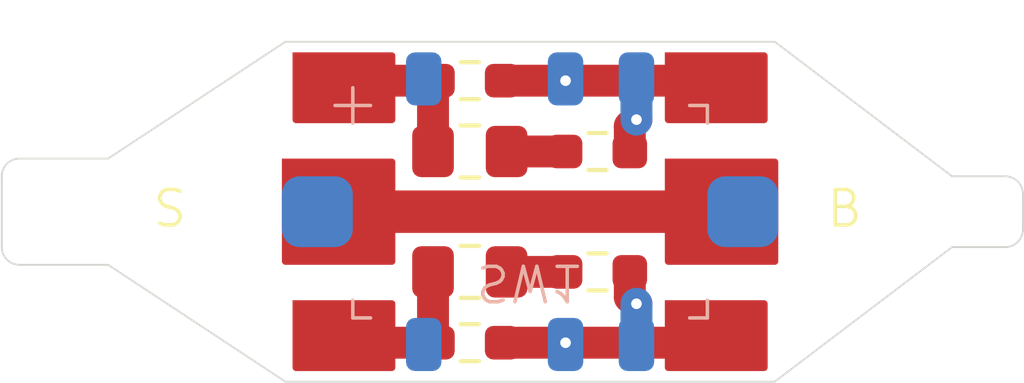
<source format=kicad_pcb>
(kicad_pcb (version 20221018) (generator pcbnew)
  (layers (0 "F.Cu" signal) (31 "B.Cu" signal) (34 "B.Paste" user) (35 "F.Paste" user) (36 "B.SilkS" user "B.Silkscreen") (37 "F.SilkS" user "F.Silkscreen") (38 "B.Mask" user) (39 "F.Mask" user) (44 "Edge.Cuts" user))
  (net 0 "")
  (net 1 "Net-(C1-Pad1)")
  (net 2 "Net-(C1-Pad2)")
  (net 3 "Net-(C2-Pad2)")
  (net 4 "Net-(C2-Pad1)")
  (net 5 "Net-(J1-PadT)")
  (net 6 "Net-(J1-PadR)")
  (net 9 "Net-(R2-Pad1)")
  (net 10 "Net-(R3-Pad1)")
  (footprint "Resistor_SMD:R_0603_1608Metric_Pad0.98x0.95mm_HandSolder" (layer "F.Cu") (at -1.7 -3.7 180)
    (fp_text reference "R4" hide)
    (fp_text value "100")
    (fp_line (start -0.254724 -0.5225) (end 0.254724 -0.5225) (stroke (width 0.12)) (layer "F.SilkS"))
    (fp_line (start -0.254724 0.5225) (end 0.254724 0.5225) (stroke (width 0.12)) (layer "F.SilkS"))
    (pad "1" smd roundrect (at -0.9125 0 180) (size 0.975 0.95) (layers "F.Cu" "F.Paste" "F.Mask") (net 5 "Net-(J1-PadT)"))
    (pad "2" smd roundrect (at 0.9125 0 180) (size 0.975 0.95) (layers "F.Cu" "F.Paste" "F.Mask") (net 3 "Net-(C2-Pad2)"))
  )
  (footprint "Capacitor_SMD:C_0805_2012Metric_Pad1.18x1.45mm_HandSolder" (layer "F.Cu") (at -1.7 -1.7 180)
    (fp_text reference "C2" hide)
    (fp_text value "0.22u")
    (fp_line (start -0.261252 -0.735) (end 0.261252 -0.735) (stroke (width 0.12)) (layer "F.SilkS"))
    (fp_line (start -0.261252 0.735) (end 0.261252 0.735) (stroke (width 0.12)) (layer "F.SilkS"))
    (pad "1" smd roundrect (at -1.0375 0 180) (size 1.175 1.45) (layers "F.Cu" "F.Paste" "F.Mask") (roundrect_rratio 0.2127659574) (net 4 "Net-(C2-Pad1)"))
    (pad "2" smd roundrect (at 1.0375 0 180) (size 1.175 1.45) (layers "F.Cu" "F.Paste" "F.Mask") (roundrect_rratio 0.2127659574) (net 3 "Net-(C2-Pad2)"))
  )
  (footprint "Resistor_SMD:R_0603_1608Metric_Pad0.98x0.95mm_HandSolder" (layer "F.Cu") (at 1.9 1.7 180)
    (fp_text reference "R2" hide)
    (fp_text value "100")
    (fp_line (start -0.254724 -0.5225) (end 0.254724 -0.5225) (stroke (width 0.12)) (layer "F.SilkS"))
    (fp_line (start -0.254724 0.5225) (end 0.254724 0.5225) (stroke (width 0.12)) (layer "F.SilkS"))
    (pad "1" smd roundrect (at -0.9125 0 180) (size 0.975 0.95) (layers "F.Cu" "F.Paste" "F.Mask") (net 9 "Net-(R2-Pad1)"))
    (pad "2" smd roundrect (at 0.9125 0 180) (size 0.975 0.95) (layers "F.Cu" "F.Paste" "F.Mask") (net 1 "Net-(C1-Pad1)"))
  )
  (footprint "Resistor_SMD:R_0603_1608Metric_Pad0.98x0.95mm_HandSolder" (layer "F.Cu") (at -1.7 3.7 180)
    (fp_text reference "R1" hide)
    (fp_text value "100")
    (fp_line (start -0.254724 -0.5225) (end 0.254724 -0.5225) (stroke (width 0.12)) (layer "F.SilkS"))
    (fp_line (start -0.254724 0.5225) (end 0.254724 0.5225) (stroke (width 0.12)) (layer "F.SilkS"))
    (pad "1" smd roundrect (at -0.9125 0 180) (size 0.975 0.95) (layers "F.Cu" "F.Paste" "F.Mask") (net 6 "Net-(J1-PadR)"))
    (pad "2" smd roundrect (at 0.9125 0 180) (size 0.975 0.95) (layers "F.Cu" "F.Paste" "F.Mask") (net 2 "Net-(C1-Pad2)"))
  )
  (footprint "Resistor_SMD:R_0603_1608Metric_Pad0.98x0.95mm_HandSolder" (layer "F.Cu") (at 1.9 -1.7 180)
    (fp_text reference "R3" hide)
    (fp_text value "100")
    (fp_line (start -0.254724 -0.5225) (end 0.254724 -0.5225) (stroke (width 0.12)) (layer "F.SilkS"))
    (fp_line (start -0.254724 0.5225) (end 0.254724 0.5225) (stroke (width 0.12)) (layer "F.SilkS"))
    (pad "1" smd roundrect (at -0.9125 0 180) (size 0.975 0.95) (layers "F.Cu" "F.Paste" "F.Mask") (net 10 "Net-(R3-Pad1)"))
    (pad "2" smd roundrect (at 0.9125 0 180) (size 0.975 0.95) (layers "F.Cu" "F.Paste" "F.Mask") (net 4 "Net-(C2-Pad1)"))
  )
  (footprint "Capacitor_SMD:C_0805_2012Metric_Pad1.18x1.45mm_HandSolder" (layer "F.Cu") (at -1.7 1.7 180)
    (fp_text reference "C1" hide)
    (fp_text value "0.22u")
    (fp_line (start -0.261252 -0.735) (end 0.261252 -0.735) (stroke (width 0.12)) (layer "F.SilkS"))
    (fp_line (start -0.261252 0.735) (end 0.261252 0.735) (stroke (width 0.12)) (layer "F.SilkS"))
    (pad "1" smd roundrect (at -1.0375 0 180) (size 1.175 1.45) (layers "F.Cu" "F.Paste" "F.Mask") (roundrect_rratio 0.2127659574) (net 1 "Net-(C1-Pad1)"))
    (pad "2" smd roundrect (at 1.0375 0 180) (size 1.175 1.45) (layers "F.Cu" "F.Paste" "F.Mask") (roundrect_rratio 0.2127659574) (net 2 "Net-(C1-Pad2)"))
  )
  (footprint "mylib:CMS-2202TB_nopole" (layer "B.Cu") (at 0 0)
    (fp_text reference "SW1" (at 0 2 180 unlocked) (layer "B.SilkS") (effects (font (thickness 0.1)) (justify mirror)))
    (fp_text value "~")
    (fp_line (start -5 -3) (end -5.5 -3) (stroke (width 0.1)) (layer "B.SilkS"))
    (fp_line (start -5 -3) (end -5 -3.5) (stroke (width 0.1)) (layer "B.SilkS"))
    (fp_line (start -5 -3) (end -5 -2.5) (stroke (width 0.1)) (layer "B.SilkS"))
    (fp_line (start -5 -3) (end -4.5 -3) (stroke (width 0.1)) (layer "B.SilkS"))
    (fp_line (start -5 3) (end -5 2.5) (stroke (width 0.1)) (layer "B.SilkS"))
    (fp_line (start -5 3) (end -4.5 3) (stroke (width 0.1)) (layer "B.SilkS"))
    (fp_line (start 4.5 3) (end 5 3) (stroke (width 0.1)) (layer "B.SilkS"))
    (fp_line (start 5 -3) (end 4.5 -3) (stroke (width 0.1)) (layer "B.SilkS"))
    (fp_line (start 5 -3) (end 5 -2.5) (stroke (width 0.1)) (layer "B.SilkS"))
    (fp_line (start 5 3) (end 5 2.5) (stroke (width 0.1)) (layer "B.SilkS"))
    (pad "" smd roundrect (at -6 0) (size 2 2) (layers "B.Cu" "B.Paste" "B.Mask"))
    (pad "" smd roundrect (at 6 0) (size 2 2) (layers "B.Cu" "B.Paste" "B.Mask"))
    (pad "1" smd roundrect (at -3 -3.75) (size 1 1.5) (layers "B.Cu" "B.Paste" "B.Mask"))
    (pad "2" smd roundrect (at 1 -3.75) (size 1 1.5) (layers "B.Cu" "B.Paste" "B.Mask") (net 5 "Net-(J1-PadT)"))
    (pad "3" smd roundrect (at 3 -3.75) (size 1 1.5) (layers "B.Cu" "B.Paste" "B.Mask") (net 10 "Net-(R3-Pad1)"))
    (pad "4" smd roundrect (at -3 3.75) (size 1 1.5) (layers "B.Cu" "B.Paste" "B.Mask"))
    (pad "5" smd roundrect (at 1 3.75) (size 1 1.5) (layers "B.Cu" "B.Paste" "B.Mask") (net 6 "Net-(J1-PadR)"))
    (pad "6" smd roundrect (at 3 3.75) (size 1 1.5) (layers "B.Cu" "B.Paste" "B.Mask") (net 9 "Net-(R2-Pad1)"))
  )
  (gr_rect (start -6.9 -1.4) (end -3.9 1.4) (stroke (width 0.2)) (fill solid) (layer "F.Cu"))
  (gr_rect (start 3.9 -1.4) (end 6.9 1.4) (stroke (width 0.2)) (fill solid) (layer "F.Cu"))
  (gr_rect (start 3.9 2.6) (end 6.6 4.4) (stroke (width 0.2)) (fill solid) (layer "F.Cu"))
  (gr_rect (start 3.9 -4.4) (end 6.6 -2.6) (stroke (width 0.2)) (fill solid) (layer "F.Cu"))
  (gr_rect (start -6.6 2.6) (end -3.9 4.4) (stroke (width 0.2)) (fill solid) (layer "F.Cu"))
  (gr_rect (start -6.6 -4.4) (end -3.9 -2.6) (stroke (width 0.2)) (fill solid) (layer "F.Cu"))
  (gr_rect (start -5 -0.5) (end 5.5 0.5) (stroke (width 0.2)) (fill solid) (layer "F.Cu"))
  (gr_line (start -6.9 -4.8) (end 6.9 -4.8) (stroke (width 0.05)) (layer "Edge.Cuts"))
  (gr_line (start 11.9 1) (end 6.9 4.8) (stroke (width 0.05)) (layer "Edge.Cuts"))
  (gr_line (start -11.9 -1.5) (end -6.9 -4.8) (stroke (width 0.05)) (layer "Edge.Cuts"))
  (gr_arc (start 13.9 0.5) (mid 13.753553 0.853553) (end 13.4 1) (stroke (width 0.05)) (layer "Edge.Cuts"))
  (gr_arc (start 13.4 -1) (mid 13.753553 -0.853553) (end 13.9 -0.5) (stroke (width 0.05)) (layer "Edge.Cuts"))
  (gr_line (start -11.9 1.5) (end -14.4 1.5) (stroke (width 0.05)) (layer "Edge.Cuts"))
  (gr_arc (start -14.4 1.5) (mid -14.753553 1.353553) (end -14.9 1) (stroke (width 0.05)) (layer "Edge.Cuts"))
  (gr_line (start -6.9 4.8) (end -11.9 1.5) (stroke (width 0.05)) (layer "Edge.Cuts"))
  (gr_line (start 6.9 4.8) (end -6.9 4.8) (stroke (width 0.05)) (layer "Edge.Cuts"))
  (gr_line (start 11.9 -1) (end 13.4 -1) (stroke (width 0.05)) (layer "Edge.Cuts"))
  (gr_line (start -14.9 1) (end -14.9 -1) (stroke (width 0.05)) (layer "Edge.Cuts"))
  (gr_line (start 6.9 -4.8) (end 11.9 -1) (stroke (width 0.05)) (layer "Edge.Cuts"))
  (gr_line (start 13.9 -0.5) (end 13.9 0.5) (stroke (width 0.05)) (layer "Edge.Cuts"))
  (gr_line (start -14.4 -1.5) (end -11.9 -1.5) (stroke (width 0.05)) (layer "Edge.Cuts"))
  (gr_line (start 13.4 1) (end 11.9 1) (stroke (width 0.05)) (layer "Edge.Cuts"))
  (gr_arc (start -14.9 -1) (mid -14.753553 -1.353553) (end -14.4 -1.5) (stroke (width 0.05)) (layer "Edge.Cuts"))
  (gr_text "S" (at -10.7 0.5) (layer "F.SilkS") (effects (font (size 1 1) (thickness 0.1)) (justify left bottom)))
  (gr_text "B" (at 8.3 0.5) (layer "F.SilkS") (effects (font (size 1 1) (thickness 0.1)) (justify left bottom)))
  (segment (start 0.9875 1.7) (end -0.6625 1.7) (width 0.9) (layer "F.Cu") (net 1))
  (segment (start -2.6125 3.7) (end -5.4 3.7) (width 0.9) (layer "F.Cu") (net 2))
  (segment (start -2.7375 1.7) (end -2.7375 3.575) (width 0.9) (layer "F.Cu") (net 2))
  (segment (start -2.7375 3.575) (end -2.6125 3.7) (width 0.9) (layer "F.Cu") (net 2))
  (segment (start -2.6125 -3.7) (end -5.3 -3.7) (width 0.9) (layer "F.Cu") (net 3))
  (segment (start -2.7375 -1.7) (end -2.7375 -3.575) (width 0.9) (layer "F.Cu") (net 3))
  (segment (start -2.7375 -3.575) (end -2.6125 -3.7) (width 0.9) (layer "F.Cu") (net 3))
  (segment (start 0.9875 -1.7) (end -0.6625 -1.7) (width 0.9) (layer "F.Cu") (net 4))
  (segment (start 1 -3.7) (end 5.3 -3.7) (width 0.9) (layer "F.Cu") (net 5))
  (segment (start -0.7875 -3.7) (end 1 -3.7) (width 0.9) (layer "F.Cu") (net 5))
  (via (at 1 -3.7) (size 0.6) (drill 0.3) (layers "F.Cu" "B.Cu") (net 5))
  (segment (start -0.7875 3.7) (end 1 3.7) (width 0.9) (layer "F.Cu") (net 6))
  (segment (start 1 3.7) (end 5.3 3.7) (width 0.9) (layer "F.Cu") (net 6))
  (via (at 1 3.7) (size 0.6) (drill 0.3) (layers "F.Cu" "B.Cu") (net 6))
  (segment (start 2.8125 2.4125) (end 3 2.6) (width 0.9) (layer "F.Cu") (net 9))
  (segment (start 2.8125 1.7) (end 2.8125 2.4125) (width 0.9) (layer "F.Cu") (net 9))
  (via (at 3 2.6) (size 0.6) (drill 0.3) (layers "F.Cu" "B.Cu") (net 9))
  (segment (start 3 3.75) (end 3 2.6) (width 0.9) (layer "B.Cu") (net 9))
  (segment (start 2.8125 -2.4125) (end 3 -2.6) (width 0.9) (layer "F.Cu") (net 10))
  (segment (start 2.8125 -1.7) (end 2.8125 -2.4125) (width 0.9) (layer "F.Cu") (net 10))
  (via (at 3 -2.6) (size 0.6) (drill 0.3) (layers "F.Cu" "B.Cu") (net 10))
  (segment (start 3 -3.75) (end 3 -2.6) (width 0.9) (layer "B.Cu") (net 10))
)
</source>
